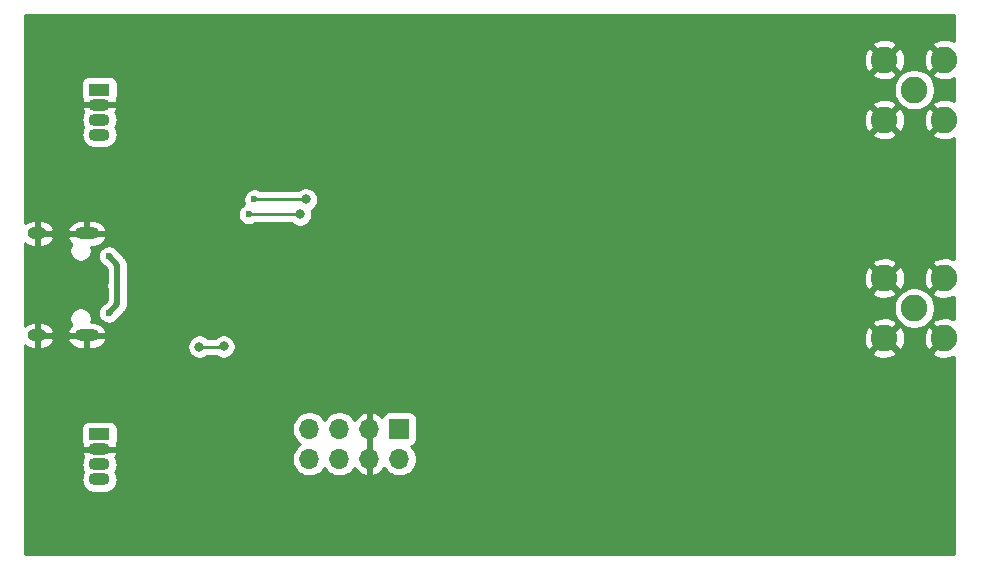
<source format=gbr>
G04 #@! TF.GenerationSoftware,KiCad,Pcbnew,5.1.8-db9833491~87~ubuntu20.04.1*
G04 #@! TF.CreationDate,2020-11-19T11:04:08+01:00*
G04 #@! TF.ProjectId,odie,6f646965-2e6b-4696-9361-645f70636258,v1.0*
G04 #@! TF.SameCoordinates,Original*
G04 #@! TF.FileFunction,Copper,L2,Bot*
G04 #@! TF.FilePolarity,Positive*
%FSLAX46Y46*%
G04 Gerber Fmt 4.6, Leading zero omitted, Abs format (unit mm)*
G04 Created by KiCad (PCBNEW 5.1.8-db9833491~87~ubuntu20.04.1) date 2020-11-19 11:04:08*
%MOMM*%
%LPD*%
G01*
G04 APERTURE LIST*
G04 #@! TA.AperFunction,ComponentPad*
%ADD10O,1.800000X1.070000*%
G04 #@! TD*
G04 #@! TA.AperFunction,ComponentPad*
%ADD11R,1.800000X1.070000*%
G04 #@! TD*
G04 #@! TA.AperFunction,ComponentPad*
%ADD12R,1.700000X1.700000*%
G04 #@! TD*
G04 #@! TA.AperFunction,ComponentPad*
%ADD13O,1.700000X1.700000*%
G04 #@! TD*
G04 #@! TA.AperFunction,ComponentPad*
%ADD14C,2.250000*%
G04 #@! TD*
G04 #@! TA.AperFunction,ComponentPad*
%ADD15O,2.100000X1.000000*%
G04 #@! TD*
G04 #@! TA.AperFunction,ComponentPad*
%ADD16O,1.600000X1.000000*%
G04 #@! TD*
G04 #@! TA.AperFunction,ViaPad*
%ADD17C,0.600000*%
G04 #@! TD*
G04 #@! TA.AperFunction,ViaPad*
%ADD18C,0.800000*%
G04 #@! TD*
G04 #@! TA.AperFunction,Conductor*
%ADD19C,0.500000*%
G04 #@! TD*
G04 #@! TA.AperFunction,Conductor*
%ADD20C,0.250000*%
G04 #@! TD*
G04 #@! TA.AperFunction,Conductor*
%ADD21C,0.254000*%
G04 #@! TD*
G04 #@! TA.AperFunction,Conductor*
%ADD22C,0.100000*%
G04 #@! TD*
G04 APERTURE END LIST*
D10*
X127000000Y-100810000D03*
X127000000Y-99540000D03*
X127000000Y-98270000D03*
D11*
X127000000Y-97000000D03*
X127000000Y-126200000D03*
D10*
X127000000Y-127470000D03*
X127000000Y-128740000D03*
X127000000Y-130010000D03*
D12*
X152390000Y-125730000D03*
D13*
X152390000Y-128270000D03*
X149850000Y-125730000D03*
X149850000Y-128270000D03*
X147310000Y-125730000D03*
X147310000Y-128270000D03*
X144770000Y-125730000D03*
X144770000Y-128270000D03*
D14*
X196000000Y-97000000D03*
X193460000Y-99540000D03*
X198540000Y-99540000D03*
X198540000Y-94460000D03*
X193460000Y-94460000D03*
X193460000Y-112960000D03*
X198540000Y-112960000D03*
X198540000Y-118040000D03*
X193460000Y-118040000D03*
X196000000Y-115500000D03*
D15*
X125930000Y-117820000D03*
X125930000Y-109180000D03*
D16*
X121750000Y-109180000D03*
X121750000Y-117820000D03*
D17*
X130530002Y-113500000D03*
D18*
X127800000Y-122050000D03*
X135000000Y-122050000D03*
X138160000Y-107439998D03*
X143830000Y-119560000D03*
X134930000Y-116330000D03*
X149600000Y-112250000D03*
X149600000Y-113750000D03*
D17*
X144200000Y-112750000D03*
D18*
X173050000Y-115905000D03*
X173040000Y-97405000D03*
X131430000Y-121190000D03*
X131880000Y-116099998D03*
X131880000Y-110890000D03*
X169770001Y-128610000D03*
X169772641Y-110107357D03*
X142840000Y-121050000D03*
D17*
X127800000Y-111100000D03*
X127800000Y-115900000D03*
X128520011Y-113577490D03*
D18*
X137510000Y-118740000D03*
X135470000Y-118770000D03*
D17*
X140124990Y-106295000D03*
D18*
X144469996Y-106300000D03*
D17*
X139624990Y-107565000D03*
D18*
X143980000Y-107559998D03*
D19*
X127800000Y-111100000D02*
X128520011Y-111820011D01*
X128520011Y-111820011D02*
X128520011Y-113577490D01*
X128520011Y-115179989D02*
X128520011Y-113577490D01*
X127800000Y-115900000D02*
X128520011Y-115179989D01*
D20*
X135470000Y-118770000D02*
X137480000Y-118770000D01*
X140124990Y-106295000D02*
X144464996Y-106295000D01*
X144464996Y-106295000D02*
X144469996Y-106300000D01*
X139624990Y-107565000D02*
X143974998Y-107565000D01*
X143974998Y-107565000D02*
X143980000Y-107559998D01*
D21*
X199315000Y-92879813D02*
X199163160Y-92804911D01*
X198828295Y-92715140D01*
X198482350Y-92692424D01*
X198138620Y-92737634D01*
X197810315Y-92849034D01*
X197605921Y-92958286D01*
X197495074Y-93235469D01*
X198540000Y-94280395D01*
X198554143Y-94266253D01*
X198733748Y-94445858D01*
X198719605Y-94460000D01*
X198733748Y-94474143D01*
X198554143Y-94653748D01*
X198540000Y-94639605D01*
X197495074Y-95684531D01*
X197605921Y-95961714D01*
X197916840Y-96115089D01*
X198251705Y-96204860D01*
X198597650Y-96227576D01*
X198941380Y-96182366D01*
X199269685Y-96070966D01*
X199315000Y-96046744D01*
X199315000Y-97959813D01*
X199163160Y-97884911D01*
X198828295Y-97795140D01*
X198482350Y-97772424D01*
X198138620Y-97817634D01*
X197810315Y-97929034D01*
X197605921Y-98038286D01*
X197495074Y-98315469D01*
X198540000Y-99360395D01*
X198554143Y-99346253D01*
X198733748Y-99525858D01*
X198719605Y-99540000D01*
X198733748Y-99554143D01*
X198554143Y-99733748D01*
X198540000Y-99719605D01*
X197495074Y-100764531D01*
X197605921Y-101041714D01*
X197916840Y-101195089D01*
X198251705Y-101284860D01*
X198597650Y-101307576D01*
X198941380Y-101262366D01*
X199269685Y-101150966D01*
X199315000Y-101126744D01*
X199315000Y-111379813D01*
X199163160Y-111304911D01*
X198828295Y-111215140D01*
X198482350Y-111192424D01*
X198138620Y-111237634D01*
X197810315Y-111349034D01*
X197605921Y-111458286D01*
X197495074Y-111735469D01*
X198540000Y-112780395D01*
X198554143Y-112766253D01*
X198733748Y-112945858D01*
X198719605Y-112960000D01*
X198733748Y-112974143D01*
X198554143Y-113153748D01*
X198540000Y-113139605D01*
X197495074Y-114184531D01*
X197605921Y-114461714D01*
X197916840Y-114615089D01*
X198251705Y-114704860D01*
X198597650Y-114727576D01*
X198941380Y-114682366D01*
X199269685Y-114570966D01*
X199315001Y-114546744D01*
X199315001Y-116459813D01*
X199163160Y-116384911D01*
X198828295Y-116295140D01*
X198482350Y-116272424D01*
X198138620Y-116317634D01*
X197810315Y-116429034D01*
X197605921Y-116538286D01*
X197495074Y-116815469D01*
X198540000Y-117860395D01*
X198554143Y-117846253D01*
X198733748Y-118025858D01*
X198719605Y-118040000D01*
X198733748Y-118054143D01*
X198554143Y-118233748D01*
X198540000Y-118219605D01*
X197495074Y-119264531D01*
X197605921Y-119541714D01*
X197916840Y-119695089D01*
X198251705Y-119784860D01*
X198597650Y-119807576D01*
X198941380Y-119762366D01*
X199269685Y-119650966D01*
X199315001Y-119626744D01*
X199315001Y-136315000D01*
X120685000Y-136315000D01*
X120685000Y-128740000D01*
X125459339Y-128740000D01*
X125481929Y-128969360D01*
X125548831Y-129189906D01*
X125647766Y-129375000D01*
X125548831Y-129560094D01*
X125481929Y-129780640D01*
X125459339Y-130010000D01*
X125481929Y-130239360D01*
X125548831Y-130459906D01*
X125657474Y-130663162D01*
X125803682Y-130841318D01*
X125981838Y-130987526D01*
X126185094Y-131096169D01*
X126405640Y-131163071D01*
X126577523Y-131180000D01*
X127422477Y-131180000D01*
X127594360Y-131163071D01*
X127814906Y-131096169D01*
X128018162Y-130987526D01*
X128196318Y-130841318D01*
X128342526Y-130663162D01*
X128451169Y-130459906D01*
X128518071Y-130239360D01*
X128540661Y-130010000D01*
X128518071Y-129780640D01*
X128451169Y-129560094D01*
X128352234Y-129375000D01*
X128451169Y-129189906D01*
X128518071Y-128969360D01*
X128540661Y-128740000D01*
X128518071Y-128510640D01*
X128451169Y-128290094D01*
X128350846Y-128102404D01*
X128408377Y-128014421D01*
X128493900Y-127777383D01*
X128368244Y-127597000D01*
X127627560Y-127597000D01*
X127594360Y-127586929D01*
X127422477Y-127570000D01*
X126577523Y-127570000D01*
X126405640Y-127586929D01*
X126372440Y-127597000D01*
X125631756Y-127597000D01*
X125506100Y-127777383D01*
X125591623Y-128014421D01*
X125649154Y-128102404D01*
X125548831Y-128290094D01*
X125481929Y-128510640D01*
X125459339Y-128740000D01*
X120685000Y-128740000D01*
X120685000Y-125665000D01*
X125461928Y-125665000D01*
X125461928Y-126735000D01*
X125474188Y-126859482D01*
X125510498Y-126979180D01*
X125547385Y-127048190D01*
X125506100Y-127162617D01*
X125631756Y-127343000D01*
X125916800Y-127343000D01*
X125975518Y-127360812D01*
X126100000Y-127373072D01*
X127900000Y-127373072D01*
X128024482Y-127360812D01*
X128083200Y-127343000D01*
X128368244Y-127343000D01*
X128493900Y-127162617D01*
X128452615Y-127048190D01*
X128489502Y-126979180D01*
X128525812Y-126859482D01*
X128538072Y-126735000D01*
X128538072Y-125665000D01*
X128530069Y-125583740D01*
X143285000Y-125583740D01*
X143285000Y-125876260D01*
X143342068Y-126163158D01*
X143454010Y-126433411D01*
X143616525Y-126676632D01*
X143823368Y-126883475D01*
X143997760Y-127000000D01*
X143823368Y-127116525D01*
X143616525Y-127323368D01*
X143454010Y-127566589D01*
X143342068Y-127836842D01*
X143285000Y-128123740D01*
X143285000Y-128416260D01*
X143342068Y-128703158D01*
X143454010Y-128973411D01*
X143616525Y-129216632D01*
X143823368Y-129423475D01*
X144066589Y-129585990D01*
X144336842Y-129697932D01*
X144623740Y-129755000D01*
X144916260Y-129755000D01*
X145203158Y-129697932D01*
X145473411Y-129585990D01*
X145716632Y-129423475D01*
X145923475Y-129216632D01*
X146040000Y-129042240D01*
X146156525Y-129216632D01*
X146363368Y-129423475D01*
X146606589Y-129585990D01*
X146876842Y-129697932D01*
X147163740Y-129755000D01*
X147456260Y-129755000D01*
X147743158Y-129697932D01*
X148013411Y-129585990D01*
X148256632Y-129423475D01*
X148463475Y-129216632D01*
X148585195Y-129034466D01*
X148654822Y-129151355D01*
X148849731Y-129367588D01*
X149083080Y-129541641D01*
X149345901Y-129666825D01*
X149493110Y-129711476D01*
X149723000Y-129590155D01*
X149723000Y-128397000D01*
X149703000Y-128397000D01*
X149703000Y-128143000D01*
X149723000Y-128143000D01*
X149723000Y-125857000D01*
X149703000Y-125857000D01*
X149703000Y-125603000D01*
X149723000Y-125603000D01*
X149723000Y-124409845D01*
X149977000Y-124409845D01*
X149977000Y-125603000D01*
X149997000Y-125603000D01*
X149997000Y-125857000D01*
X149977000Y-125857000D01*
X149977000Y-128143000D01*
X149997000Y-128143000D01*
X149997000Y-128397000D01*
X149977000Y-128397000D01*
X149977000Y-129590155D01*
X150206890Y-129711476D01*
X150354099Y-129666825D01*
X150616920Y-129541641D01*
X150850269Y-129367588D01*
X151045178Y-129151355D01*
X151114805Y-129034466D01*
X151236525Y-129216632D01*
X151443368Y-129423475D01*
X151686589Y-129585990D01*
X151956842Y-129697932D01*
X152243740Y-129755000D01*
X152536260Y-129755000D01*
X152823158Y-129697932D01*
X153093411Y-129585990D01*
X153336632Y-129423475D01*
X153543475Y-129216632D01*
X153705990Y-128973411D01*
X153817932Y-128703158D01*
X153875000Y-128416260D01*
X153875000Y-128123740D01*
X153817932Y-127836842D01*
X153705990Y-127566589D01*
X153543475Y-127323368D01*
X153411620Y-127191513D01*
X153484180Y-127169502D01*
X153594494Y-127110537D01*
X153691185Y-127031185D01*
X153770537Y-126934494D01*
X153829502Y-126824180D01*
X153865812Y-126704482D01*
X153878072Y-126580000D01*
X153878072Y-124880000D01*
X153865812Y-124755518D01*
X153829502Y-124635820D01*
X153770537Y-124525506D01*
X153691185Y-124428815D01*
X153594494Y-124349463D01*
X153484180Y-124290498D01*
X153364482Y-124254188D01*
X153240000Y-124241928D01*
X151540000Y-124241928D01*
X151415518Y-124254188D01*
X151295820Y-124290498D01*
X151185506Y-124349463D01*
X151088815Y-124428815D01*
X151009463Y-124525506D01*
X150950498Y-124635820D01*
X150926034Y-124716466D01*
X150850269Y-124632412D01*
X150616920Y-124458359D01*
X150354099Y-124333175D01*
X150206890Y-124288524D01*
X149977000Y-124409845D01*
X149723000Y-124409845D01*
X149493110Y-124288524D01*
X149345901Y-124333175D01*
X149083080Y-124458359D01*
X148849731Y-124632412D01*
X148654822Y-124848645D01*
X148585195Y-124965534D01*
X148463475Y-124783368D01*
X148256632Y-124576525D01*
X148013411Y-124414010D01*
X147743158Y-124302068D01*
X147456260Y-124245000D01*
X147163740Y-124245000D01*
X146876842Y-124302068D01*
X146606589Y-124414010D01*
X146363368Y-124576525D01*
X146156525Y-124783368D01*
X146040000Y-124957760D01*
X145923475Y-124783368D01*
X145716632Y-124576525D01*
X145473411Y-124414010D01*
X145203158Y-124302068D01*
X144916260Y-124245000D01*
X144623740Y-124245000D01*
X144336842Y-124302068D01*
X144066589Y-124414010D01*
X143823368Y-124576525D01*
X143616525Y-124783368D01*
X143454010Y-125026589D01*
X143342068Y-125296842D01*
X143285000Y-125583740D01*
X128530069Y-125583740D01*
X128525812Y-125540518D01*
X128489502Y-125420820D01*
X128430537Y-125310506D01*
X128351185Y-125213815D01*
X128254494Y-125134463D01*
X128144180Y-125075498D01*
X128024482Y-125039188D01*
X127900000Y-125026928D01*
X126100000Y-125026928D01*
X125975518Y-125039188D01*
X125855820Y-125075498D01*
X125745506Y-125134463D01*
X125648815Y-125213815D01*
X125569463Y-125310506D01*
X125510498Y-125420820D01*
X125474188Y-125540518D01*
X125461928Y-125665000D01*
X120685000Y-125665000D01*
X120685000Y-118663555D01*
X120713831Y-118693161D01*
X120898322Y-118820003D01*
X121104013Y-118908415D01*
X121323000Y-118955000D01*
X121623000Y-118955000D01*
X121623000Y-117947000D01*
X121877000Y-117947000D01*
X121877000Y-118955000D01*
X122177000Y-118955000D01*
X122395987Y-118908415D01*
X122601678Y-118820003D01*
X122786169Y-118693161D01*
X122942369Y-118532764D01*
X123064276Y-118344976D01*
X123144119Y-118121874D01*
X124285881Y-118121874D01*
X124365724Y-118344976D01*
X124487631Y-118532764D01*
X124643831Y-118693161D01*
X124828322Y-118820003D01*
X125034013Y-118908415D01*
X125253000Y-118955000D01*
X125803000Y-118955000D01*
X125803000Y-117947000D01*
X126057000Y-117947000D01*
X126057000Y-118955000D01*
X126607000Y-118955000D01*
X126825987Y-118908415D01*
X127031678Y-118820003D01*
X127216169Y-118693161D01*
X127240612Y-118668061D01*
X134435000Y-118668061D01*
X134435000Y-118871939D01*
X134474774Y-119071898D01*
X134552795Y-119260256D01*
X134666063Y-119429774D01*
X134810226Y-119573937D01*
X134979744Y-119687205D01*
X135168102Y-119765226D01*
X135368061Y-119805000D01*
X135571939Y-119805000D01*
X135771898Y-119765226D01*
X135960256Y-119687205D01*
X136129774Y-119573937D01*
X136173711Y-119530000D01*
X136836289Y-119530000D01*
X136850226Y-119543937D01*
X137019744Y-119657205D01*
X137208102Y-119735226D01*
X137408061Y-119775000D01*
X137611939Y-119775000D01*
X137811898Y-119735226D01*
X138000256Y-119657205D01*
X138169774Y-119543937D01*
X138313937Y-119399774D01*
X138404303Y-119264531D01*
X192415074Y-119264531D01*
X192525921Y-119541714D01*
X192836840Y-119695089D01*
X193171705Y-119784860D01*
X193517650Y-119807576D01*
X193861380Y-119762366D01*
X194189685Y-119650966D01*
X194394079Y-119541714D01*
X194504926Y-119264531D01*
X193460000Y-118219605D01*
X192415074Y-119264531D01*
X138404303Y-119264531D01*
X138427205Y-119230256D01*
X138505226Y-119041898D01*
X138545000Y-118841939D01*
X138545000Y-118638061D01*
X138505226Y-118438102D01*
X138427205Y-118249744D01*
X138325580Y-118097650D01*
X191692424Y-118097650D01*
X191737634Y-118441380D01*
X191849034Y-118769685D01*
X191958286Y-118974079D01*
X192235469Y-119084926D01*
X193280395Y-118040000D01*
X193639605Y-118040000D01*
X194684531Y-119084926D01*
X194961714Y-118974079D01*
X195115089Y-118663160D01*
X195204860Y-118328295D01*
X195220004Y-118097650D01*
X196772424Y-118097650D01*
X196817634Y-118441380D01*
X196929034Y-118769685D01*
X197038286Y-118974079D01*
X197315469Y-119084926D01*
X198360395Y-118040000D01*
X197315469Y-116995074D01*
X197038286Y-117105921D01*
X196884911Y-117416840D01*
X196795140Y-117751705D01*
X196772424Y-118097650D01*
X195220004Y-118097650D01*
X195227576Y-117982350D01*
X195182366Y-117638620D01*
X195070966Y-117310315D01*
X194961714Y-117105921D01*
X194684531Y-116995074D01*
X193639605Y-118040000D01*
X193280395Y-118040000D01*
X192235469Y-116995074D01*
X191958286Y-117105921D01*
X191804911Y-117416840D01*
X191715140Y-117751705D01*
X191692424Y-118097650D01*
X138325580Y-118097650D01*
X138313937Y-118080226D01*
X138169774Y-117936063D01*
X138000256Y-117822795D01*
X137811898Y-117744774D01*
X137611939Y-117705000D01*
X137408061Y-117705000D01*
X137208102Y-117744774D01*
X137019744Y-117822795D01*
X136850226Y-117936063D01*
X136776289Y-118010000D01*
X136173711Y-118010000D01*
X136129774Y-117966063D01*
X135960256Y-117852795D01*
X135771898Y-117774774D01*
X135571939Y-117735000D01*
X135368061Y-117735000D01*
X135168102Y-117774774D01*
X134979744Y-117852795D01*
X134810226Y-117966063D01*
X134666063Y-118110226D01*
X134552795Y-118279744D01*
X134474774Y-118468102D01*
X134435000Y-118668061D01*
X127240612Y-118668061D01*
X127372369Y-118532764D01*
X127494276Y-118344976D01*
X127574119Y-118121874D01*
X127447954Y-117947000D01*
X126057000Y-117947000D01*
X125803000Y-117947000D01*
X124412046Y-117947000D01*
X124285881Y-118121874D01*
X123144119Y-118121874D01*
X123017954Y-117947000D01*
X121877000Y-117947000D01*
X121623000Y-117947000D01*
X121603000Y-117947000D01*
X121603000Y-117693000D01*
X121623000Y-117693000D01*
X121623000Y-116685000D01*
X121877000Y-116685000D01*
X121877000Y-117693000D01*
X123017954Y-117693000D01*
X123144119Y-117518126D01*
X124285881Y-117518126D01*
X124412046Y-117693000D01*
X125803000Y-117693000D01*
X125803000Y-117673000D01*
X126057000Y-117673000D01*
X126057000Y-117693000D01*
X127447954Y-117693000D01*
X127574119Y-117518126D01*
X127494276Y-117295024D01*
X127372369Y-117107236D01*
X127216169Y-116946839D01*
X127031678Y-116819997D01*
X126825987Y-116731585D01*
X126607000Y-116685000D01*
X126316904Y-116685000D01*
X126323108Y-116670022D01*
X126360000Y-116484552D01*
X126360000Y-116295448D01*
X126323108Y-116109978D01*
X126250741Y-115935269D01*
X126145681Y-115778036D01*
X126011964Y-115644319D01*
X125854731Y-115539259D01*
X125680022Y-115466892D01*
X125494552Y-115430000D01*
X125305448Y-115430000D01*
X125119978Y-115466892D01*
X124945269Y-115539259D01*
X124788036Y-115644319D01*
X124654319Y-115778036D01*
X124549259Y-115935269D01*
X124476892Y-116109978D01*
X124440000Y-116295448D01*
X124440000Y-116484552D01*
X124476892Y-116670022D01*
X124549259Y-116844731D01*
X124628206Y-116962884D01*
X124487631Y-117107236D01*
X124365724Y-117295024D01*
X124285881Y-117518126D01*
X123144119Y-117518126D01*
X123064276Y-117295024D01*
X122942369Y-117107236D01*
X122786169Y-116946839D01*
X122601678Y-116819997D01*
X122395987Y-116731585D01*
X122177000Y-116685000D01*
X121877000Y-116685000D01*
X121623000Y-116685000D01*
X121323000Y-116685000D01*
X121104013Y-116731585D01*
X120898322Y-116819997D01*
X120713831Y-116946839D01*
X120685000Y-116976445D01*
X120685000Y-110023555D01*
X120713831Y-110053161D01*
X120898322Y-110180003D01*
X121104013Y-110268415D01*
X121323000Y-110315000D01*
X121623000Y-110315000D01*
X121623000Y-109307000D01*
X121877000Y-109307000D01*
X121877000Y-110315000D01*
X122177000Y-110315000D01*
X122395987Y-110268415D01*
X122601678Y-110180003D01*
X122786169Y-110053161D01*
X122942369Y-109892764D01*
X123064276Y-109704976D01*
X123144119Y-109481874D01*
X124285881Y-109481874D01*
X124365724Y-109704976D01*
X124487631Y-109892764D01*
X124628206Y-110037116D01*
X124549259Y-110155269D01*
X124476892Y-110329978D01*
X124440000Y-110515448D01*
X124440000Y-110704552D01*
X124476892Y-110890022D01*
X124549259Y-111064731D01*
X124654319Y-111221964D01*
X124788036Y-111355681D01*
X124945269Y-111460741D01*
X125119978Y-111533108D01*
X125305448Y-111570000D01*
X125494552Y-111570000D01*
X125680022Y-111533108D01*
X125854731Y-111460741D01*
X126011964Y-111355681D01*
X126145681Y-111221964D01*
X126250741Y-111064731D01*
X126274276Y-111007911D01*
X126865000Y-111007911D01*
X126865000Y-111192089D01*
X126900932Y-111372729D01*
X126971414Y-111542889D01*
X127073738Y-111696028D01*
X127203972Y-111826262D01*
X127357111Y-111928586D01*
X127391077Y-111942655D01*
X127635011Y-112186590D01*
X127635012Y-113270796D01*
X127620943Y-113304761D01*
X127585011Y-113485401D01*
X127585011Y-113669579D01*
X127620943Y-113850219D01*
X127635012Y-113884184D01*
X127635011Y-114813410D01*
X127391077Y-115057345D01*
X127357111Y-115071414D01*
X127203972Y-115173738D01*
X127073738Y-115303972D01*
X126971414Y-115457111D01*
X126900932Y-115627271D01*
X126865000Y-115807911D01*
X126865000Y-115992089D01*
X126900932Y-116172729D01*
X126971414Y-116342889D01*
X127073738Y-116496028D01*
X127203972Y-116626262D01*
X127357111Y-116728586D01*
X127527271Y-116799068D01*
X127707911Y-116835000D01*
X127892089Y-116835000D01*
X127990276Y-116815469D01*
X192415074Y-116815469D01*
X193460000Y-117860395D01*
X194504926Y-116815469D01*
X194394079Y-116538286D01*
X194083160Y-116384911D01*
X193748295Y-116295140D01*
X193402350Y-116272424D01*
X193058620Y-116317634D01*
X192730315Y-116429034D01*
X192525921Y-116538286D01*
X192415074Y-116815469D01*
X127990276Y-116815469D01*
X128072729Y-116799068D01*
X128242889Y-116728586D01*
X128396028Y-116626262D01*
X128526262Y-116496028D01*
X128628586Y-116342889D01*
X128642655Y-116308923D01*
X129115061Y-115836518D01*
X129148828Y-115808806D01*
X129259422Y-115674048D01*
X129341600Y-115520302D01*
X129392206Y-115353479D01*
X129394847Y-115326655D01*
X194240000Y-115326655D01*
X194240000Y-115673345D01*
X194307636Y-116013373D01*
X194440308Y-116333673D01*
X194632919Y-116621935D01*
X194878065Y-116867081D01*
X195166327Y-117059692D01*
X195486627Y-117192364D01*
X195826655Y-117260000D01*
X196173345Y-117260000D01*
X196513373Y-117192364D01*
X196833673Y-117059692D01*
X197121935Y-116867081D01*
X197367081Y-116621935D01*
X197559692Y-116333673D01*
X197692364Y-116013373D01*
X197760000Y-115673345D01*
X197760000Y-115326655D01*
X197692364Y-114986627D01*
X197559692Y-114666327D01*
X197367081Y-114378065D01*
X197121935Y-114132919D01*
X196833673Y-113940308D01*
X196513373Y-113807636D01*
X196173345Y-113740000D01*
X195826655Y-113740000D01*
X195486627Y-113807636D01*
X195166327Y-113940308D01*
X194878065Y-114132919D01*
X194632919Y-114378065D01*
X194440308Y-114666327D01*
X194307636Y-114986627D01*
X194240000Y-115326655D01*
X129394847Y-115326655D01*
X129405011Y-115223466D01*
X129405011Y-115223456D01*
X129409292Y-115179990D01*
X129405011Y-115136524D01*
X129405011Y-114184531D01*
X192415074Y-114184531D01*
X192525921Y-114461714D01*
X192836840Y-114615089D01*
X193171705Y-114704860D01*
X193517650Y-114727576D01*
X193861380Y-114682366D01*
X194189685Y-114570966D01*
X194394079Y-114461714D01*
X194504926Y-114184531D01*
X193460000Y-113139605D01*
X192415074Y-114184531D01*
X129405011Y-114184531D01*
X129405011Y-113884182D01*
X129419079Y-113850219D01*
X129455011Y-113669579D01*
X129455011Y-113485401D01*
X129419079Y-113304761D01*
X129405011Y-113270798D01*
X129405011Y-113017650D01*
X191692424Y-113017650D01*
X191737634Y-113361380D01*
X191849034Y-113689685D01*
X191958286Y-113894079D01*
X192235469Y-114004926D01*
X193280395Y-112960000D01*
X193639605Y-112960000D01*
X194684531Y-114004926D01*
X194961714Y-113894079D01*
X195115089Y-113583160D01*
X195204860Y-113248295D01*
X195220004Y-113017650D01*
X196772424Y-113017650D01*
X196817634Y-113361380D01*
X196929034Y-113689685D01*
X197038286Y-113894079D01*
X197315469Y-114004926D01*
X198360395Y-112960000D01*
X197315469Y-111915074D01*
X197038286Y-112025921D01*
X196884911Y-112336840D01*
X196795140Y-112671705D01*
X196772424Y-113017650D01*
X195220004Y-113017650D01*
X195227576Y-112902350D01*
X195182366Y-112558620D01*
X195070966Y-112230315D01*
X194961714Y-112025921D01*
X194684531Y-111915074D01*
X193639605Y-112960000D01*
X193280395Y-112960000D01*
X192235469Y-111915074D01*
X191958286Y-112025921D01*
X191804911Y-112336840D01*
X191715140Y-112671705D01*
X191692424Y-113017650D01*
X129405011Y-113017650D01*
X129405011Y-111863476D01*
X129409292Y-111820010D01*
X129405011Y-111776544D01*
X129405011Y-111776534D01*
X129400967Y-111735469D01*
X192415074Y-111735469D01*
X193460000Y-112780395D01*
X194504926Y-111735469D01*
X194394079Y-111458286D01*
X194083160Y-111304911D01*
X193748295Y-111215140D01*
X193402350Y-111192424D01*
X193058620Y-111237634D01*
X192730315Y-111349034D01*
X192525921Y-111458286D01*
X192415074Y-111735469D01*
X129400967Y-111735469D01*
X129392206Y-111646521D01*
X129341600Y-111479698D01*
X129259422Y-111325952D01*
X129148828Y-111191194D01*
X129115061Y-111163482D01*
X128642655Y-110691077D01*
X128628586Y-110657111D01*
X128526262Y-110503972D01*
X128396028Y-110373738D01*
X128242889Y-110271414D01*
X128072729Y-110200932D01*
X127892089Y-110165000D01*
X127707911Y-110165000D01*
X127527271Y-110200932D01*
X127357111Y-110271414D01*
X127203972Y-110373738D01*
X127073738Y-110503972D01*
X126971414Y-110657111D01*
X126900932Y-110827271D01*
X126865000Y-111007911D01*
X126274276Y-111007911D01*
X126323108Y-110890022D01*
X126360000Y-110704552D01*
X126360000Y-110515448D01*
X126323108Y-110329978D01*
X126316904Y-110315000D01*
X126607000Y-110315000D01*
X126825987Y-110268415D01*
X127031678Y-110180003D01*
X127216169Y-110053161D01*
X127372369Y-109892764D01*
X127494276Y-109704976D01*
X127574119Y-109481874D01*
X127447954Y-109307000D01*
X126057000Y-109307000D01*
X126057000Y-109327000D01*
X125803000Y-109327000D01*
X125803000Y-109307000D01*
X124412046Y-109307000D01*
X124285881Y-109481874D01*
X123144119Y-109481874D01*
X123017954Y-109307000D01*
X121877000Y-109307000D01*
X121623000Y-109307000D01*
X121603000Y-109307000D01*
X121603000Y-109053000D01*
X121623000Y-109053000D01*
X121623000Y-108045000D01*
X121877000Y-108045000D01*
X121877000Y-109053000D01*
X123017954Y-109053000D01*
X123144119Y-108878126D01*
X124285881Y-108878126D01*
X124412046Y-109053000D01*
X125803000Y-109053000D01*
X125803000Y-108045000D01*
X126057000Y-108045000D01*
X126057000Y-109053000D01*
X127447954Y-109053000D01*
X127574119Y-108878126D01*
X127494276Y-108655024D01*
X127372369Y-108467236D01*
X127216169Y-108306839D01*
X127031678Y-108179997D01*
X126825987Y-108091585D01*
X126607000Y-108045000D01*
X126057000Y-108045000D01*
X125803000Y-108045000D01*
X125253000Y-108045000D01*
X125034013Y-108091585D01*
X124828322Y-108179997D01*
X124643831Y-108306839D01*
X124487631Y-108467236D01*
X124365724Y-108655024D01*
X124285881Y-108878126D01*
X123144119Y-108878126D01*
X123064276Y-108655024D01*
X122942369Y-108467236D01*
X122786169Y-108306839D01*
X122601678Y-108179997D01*
X122395987Y-108091585D01*
X122177000Y-108045000D01*
X121877000Y-108045000D01*
X121623000Y-108045000D01*
X121323000Y-108045000D01*
X121104013Y-108091585D01*
X120898322Y-108179997D01*
X120713831Y-108306839D01*
X120685000Y-108336445D01*
X120685000Y-107472911D01*
X138689990Y-107472911D01*
X138689990Y-107657089D01*
X138725922Y-107837729D01*
X138796404Y-108007889D01*
X138898728Y-108161028D01*
X139028962Y-108291262D01*
X139182101Y-108393586D01*
X139352261Y-108464068D01*
X139532901Y-108500000D01*
X139717079Y-108500000D01*
X139897719Y-108464068D01*
X140067879Y-108393586D01*
X140170525Y-108325000D01*
X143281291Y-108325000D01*
X143320226Y-108363935D01*
X143489744Y-108477203D01*
X143678102Y-108555224D01*
X143878061Y-108594998D01*
X144081939Y-108594998D01*
X144281898Y-108555224D01*
X144470256Y-108477203D01*
X144639774Y-108363935D01*
X144783937Y-108219772D01*
X144897205Y-108050254D01*
X144975226Y-107861896D01*
X145015000Y-107661937D01*
X145015000Y-107458059D01*
X144975226Y-107258100D01*
X144958574Y-107217900D01*
X144960252Y-107217205D01*
X145129770Y-107103937D01*
X145273933Y-106959774D01*
X145387201Y-106790256D01*
X145465222Y-106601898D01*
X145504996Y-106401939D01*
X145504996Y-106198061D01*
X145465222Y-105998102D01*
X145387201Y-105809744D01*
X145273933Y-105640226D01*
X145129770Y-105496063D01*
X144960252Y-105382795D01*
X144771894Y-105304774D01*
X144571935Y-105265000D01*
X144368057Y-105265000D01*
X144168098Y-105304774D01*
X143979740Y-105382795D01*
X143810222Y-105496063D01*
X143771285Y-105535000D01*
X140670525Y-105535000D01*
X140567879Y-105466414D01*
X140397719Y-105395932D01*
X140217079Y-105360000D01*
X140032901Y-105360000D01*
X139852261Y-105395932D01*
X139682101Y-105466414D01*
X139528962Y-105568738D01*
X139398728Y-105698972D01*
X139296404Y-105852111D01*
X139225922Y-106022271D01*
X139189990Y-106202911D01*
X139189990Y-106387089D01*
X139225922Y-106567729D01*
X139279143Y-106696218D01*
X139182101Y-106736414D01*
X139028962Y-106838738D01*
X138898728Y-106968972D01*
X138796404Y-107122111D01*
X138725922Y-107292271D01*
X138689990Y-107472911D01*
X120685000Y-107472911D01*
X120685000Y-99540000D01*
X125459339Y-99540000D01*
X125481929Y-99769360D01*
X125548831Y-99989906D01*
X125647766Y-100175000D01*
X125548831Y-100360094D01*
X125481929Y-100580640D01*
X125459339Y-100810000D01*
X125481929Y-101039360D01*
X125548831Y-101259906D01*
X125657474Y-101463162D01*
X125803682Y-101641318D01*
X125981838Y-101787526D01*
X126185094Y-101896169D01*
X126405640Y-101963071D01*
X126577523Y-101980000D01*
X127422477Y-101980000D01*
X127594360Y-101963071D01*
X127814906Y-101896169D01*
X128018162Y-101787526D01*
X128196318Y-101641318D01*
X128342526Y-101463162D01*
X128451169Y-101259906D01*
X128518071Y-101039360D01*
X128540661Y-100810000D01*
X128536183Y-100764531D01*
X192415074Y-100764531D01*
X192525921Y-101041714D01*
X192836840Y-101195089D01*
X193171705Y-101284860D01*
X193517650Y-101307576D01*
X193861380Y-101262366D01*
X194189685Y-101150966D01*
X194394079Y-101041714D01*
X194504926Y-100764531D01*
X193460000Y-99719605D01*
X192415074Y-100764531D01*
X128536183Y-100764531D01*
X128518071Y-100580640D01*
X128451169Y-100360094D01*
X128352234Y-100175000D01*
X128451169Y-99989906D01*
X128518071Y-99769360D01*
X128534982Y-99597650D01*
X191692424Y-99597650D01*
X191737634Y-99941380D01*
X191849034Y-100269685D01*
X191958286Y-100474079D01*
X192235469Y-100584926D01*
X193280395Y-99540000D01*
X193639605Y-99540000D01*
X194684531Y-100584926D01*
X194961714Y-100474079D01*
X195115089Y-100163160D01*
X195204860Y-99828295D01*
X195220004Y-99597650D01*
X196772424Y-99597650D01*
X196817634Y-99941380D01*
X196929034Y-100269685D01*
X197038286Y-100474079D01*
X197315469Y-100584926D01*
X198360395Y-99540000D01*
X197315469Y-98495074D01*
X197038286Y-98605921D01*
X196884911Y-98916840D01*
X196795140Y-99251705D01*
X196772424Y-99597650D01*
X195220004Y-99597650D01*
X195227576Y-99482350D01*
X195182366Y-99138620D01*
X195070966Y-98810315D01*
X194961714Y-98605921D01*
X194684531Y-98495074D01*
X193639605Y-99540000D01*
X193280395Y-99540000D01*
X192235469Y-98495074D01*
X191958286Y-98605921D01*
X191804911Y-98916840D01*
X191715140Y-99251705D01*
X191692424Y-99597650D01*
X128534982Y-99597650D01*
X128540661Y-99540000D01*
X128518071Y-99310640D01*
X128451169Y-99090094D01*
X128350846Y-98902404D01*
X128408377Y-98814421D01*
X128493900Y-98577383D01*
X128368244Y-98397000D01*
X127627560Y-98397000D01*
X127594360Y-98386929D01*
X127422477Y-98370000D01*
X126577523Y-98370000D01*
X126405640Y-98386929D01*
X126372440Y-98397000D01*
X125631756Y-98397000D01*
X125506100Y-98577383D01*
X125591623Y-98814421D01*
X125649154Y-98902404D01*
X125548831Y-99090094D01*
X125481929Y-99310640D01*
X125459339Y-99540000D01*
X120685000Y-99540000D01*
X120685000Y-98315469D01*
X192415074Y-98315469D01*
X193460000Y-99360395D01*
X194504926Y-98315469D01*
X194394079Y-98038286D01*
X194083160Y-97884911D01*
X193748295Y-97795140D01*
X193402350Y-97772424D01*
X193058620Y-97817634D01*
X192730315Y-97929034D01*
X192525921Y-98038286D01*
X192415074Y-98315469D01*
X120685000Y-98315469D01*
X120685000Y-96465000D01*
X125461928Y-96465000D01*
X125461928Y-97535000D01*
X125474188Y-97659482D01*
X125510498Y-97779180D01*
X125547385Y-97848190D01*
X125506100Y-97962617D01*
X125631756Y-98143000D01*
X125916800Y-98143000D01*
X125975518Y-98160812D01*
X126100000Y-98173072D01*
X127900000Y-98173072D01*
X128024482Y-98160812D01*
X128083200Y-98143000D01*
X128368244Y-98143000D01*
X128493900Y-97962617D01*
X128452615Y-97848190D01*
X128489502Y-97779180D01*
X128525812Y-97659482D01*
X128538072Y-97535000D01*
X128538072Y-96826655D01*
X194240000Y-96826655D01*
X194240000Y-97173345D01*
X194307636Y-97513373D01*
X194440308Y-97833673D01*
X194632919Y-98121935D01*
X194878065Y-98367081D01*
X195166327Y-98559692D01*
X195486627Y-98692364D01*
X195826655Y-98760000D01*
X196173345Y-98760000D01*
X196513373Y-98692364D01*
X196833673Y-98559692D01*
X197121935Y-98367081D01*
X197367081Y-98121935D01*
X197559692Y-97833673D01*
X197692364Y-97513373D01*
X197760000Y-97173345D01*
X197760000Y-96826655D01*
X197692364Y-96486627D01*
X197559692Y-96166327D01*
X197367081Y-95878065D01*
X197121935Y-95632919D01*
X196833673Y-95440308D01*
X196513373Y-95307636D01*
X196173345Y-95240000D01*
X195826655Y-95240000D01*
X195486627Y-95307636D01*
X195166327Y-95440308D01*
X194878065Y-95632919D01*
X194632919Y-95878065D01*
X194440308Y-96166327D01*
X194307636Y-96486627D01*
X194240000Y-96826655D01*
X128538072Y-96826655D01*
X128538072Y-96465000D01*
X128525812Y-96340518D01*
X128489502Y-96220820D01*
X128430537Y-96110506D01*
X128351185Y-96013815D01*
X128254494Y-95934463D01*
X128144180Y-95875498D01*
X128024482Y-95839188D01*
X127900000Y-95826928D01*
X126100000Y-95826928D01*
X125975518Y-95839188D01*
X125855820Y-95875498D01*
X125745506Y-95934463D01*
X125648815Y-96013815D01*
X125569463Y-96110506D01*
X125510498Y-96220820D01*
X125474188Y-96340518D01*
X125461928Y-96465000D01*
X120685000Y-96465000D01*
X120685000Y-95684531D01*
X192415074Y-95684531D01*
X192525921Y-95961714D01*
X192836840Y-96115089D01*
X193171705Y-96204860D01*
X193517650Y-96227576D01*
X193861380Y-96182366D01*
X194189685Y-96070966D01*
X194394079Y-95961714D01*
X194504926Y-95684531D01*
X193460000Y-94639605D01*
X192415074Y-95684531D01*
X120685000Y-95684531D01*
X120685000Y-94517650D01*
X191692424Y-94517650D01*
X191737634Y-94861380D01*
X191849034Y-95189685D01*
X191958286Y-95394079D01*
X192235469Y-95504926D01*
X193280395Y-94460000D01*
X193639605Y-94460000D01*
X194684531Y-95504926D01*
X194961714Y-95394079D01*
X195115089Y-95083160D01*
X195204860Y-94748295D01*
X195220004Y-94517650D01*
X196772424Y-94517650D01*
X196817634Y-94861380D01*
X196929034Y-95189685D01*
X197038286Y-95394079D01*
X197315469Y-95504926D01*
X198360395Y-94460000D01*
X197315469Y-93415074D01*
X197038286Y-93525921D01*
X196884911Y-93836840D01*
X196795140Y-94171705D01*
X196772424Y-94517650D01*
X195220004Y-94517650D01*
X195227576Y-94402350D01*
X195182366Y-94058620D01*
X195070966Y-93730315D01*
X194961714Y-93525921D01*
X194684531Y-93415074D01*
X193639605Y-94460000D01*
X193280395Y-94460000D01*
X192235469Y-93415074D01*
X191958286Y-93525921D01*
X191804911Y-93836840D01*
X191715140Y-94171705D01*
X191692424Y-94517650D01*
X120685000Y-94517650D01*
X120685000Y-93235469D01*
X192415074Y-93235469D01*
X193460000Y-94280395D01*
X194504926Y-93235469D01*
X194394079Y-92958286D01*
X194083160Y-92804911D01*
X193748295Y-92715140D01*
X193402350Y-92692424D01*
X193058620Y-92737634D01*
X192730315Y-92849034D01*
X192525921Y-92958286D01*
X192415074Y-93235469D01*
X120685000Y-93235469D01*
X120685000Y-90685000D01*
X199315000Y-90685000D01*
X199315000Y-92879813D01*
G04 #@! TA.AperFunction,Conductor*
D22*
G36*
X199315000Y-92879813D02*
G01*
X199163160Y-92804911D01*
X198828295Y-92715140D01*
X198482350Y-92692424D01*
X198138620Y-92737634D01*
X197810315Y-92849034D01*
X197605921Y-92958286D01*
X197495074Y-93235469D01*
X198540000Y-94280395D01*
X198554143Y-94266253D01*
X198733748Y-94445858D01*
X198719605Y-94460000D01*
X198733748Y-94474143D01*
X198554143Y-94653748D01*
X198540000Y-94639605D01*
X197495074Y-95684531D01*
X197605921Y-95961714D01*
X197916840Y-96115089D01*
X198251705Y-96204860D01*
X198597650Y-96227576D01*
X198941380Y-96182366D01*
X199269685Y-96070966D01*
X199315000Y-96046744D01*
X199315000Y-97959813D01*
X199163160Y-97884911D01*
X198828295Y-97795140D01*
X198482350Y-97772424D01*
X198138620Y-97817634D01*
X197810315Y-97929034D01*
X197605921Y-98038286D01*
X197495074Y-98315469D01*
X198540000Y-99360395D01*
X198554143Y-99346253D01*
X198733748Y-99525858D01*
X198719605Y-99540000D01*
X198733748Y-99554143D01*
X198554143Y-99733748D01*
X198540000Y-99719605D01*
X197495074Y-100764531D01*
X197605921Y-101041714D01*
X197916840Y-101195089D01*
X198251705Y-101284860D01*
X198597650Y-101307576D01*
X198941380Y-101262366D01*
X199269685Y-101150966D01*
X199315000Y-101126744D01*
X199315000Y-111379813D01*
X199163160Y-111304911D01*
X198828295Y-111215140D01*
X198482350Y-111192424D01*
X198138620Y-111237634D01*
X197810315Y-111349034D01*
X197605921Y-111458286D01*
X197495074Y-111735469D01*
X198540000Y-112780395D01*
X198554143Y-112766253D01*
X198733748Y-112945858D01*
X198719605Y-112960000D01*
X198733748Y-112974143D01*
X198554143Y-113153748D01*
X198540000Y-113139605D01*
X197495074Y-114184531D01*
X197605921Y-114461714D01*
X197916840Y-114615089D01*
X198251705Y-114704860D01*
X198597650Y-114727576D01*
X198941380Y-114682366D01*
X199269685Y-114570966D01*
X199315001Y-114546744D01*
X199315001Y-116459813D01*
X199163160Y-116384911D01*
X198828295Y-116295140D01*
X198482350Y-116272424D01*
X198138620Y-116317634D01*
X197810315Y-116429034D01*
X197605921Y-116538286D01*
X197495074Y-116815469D01*
X198540000Y-117860395D01*
X198554143Y-117846253D01*
X198733748Y-118025858D01*
X198719605Y-118040000D01*
X198733748Y-118054143D01*
X198554143Y-118233748D01*
X198540000Y-118219605D01*
X197495074Y-119264531D01*
X197605921Y-119541714D01*
X197916840Y-119695089D01*
X198251705Y-119784860D01*
X198597650Y-119807576D01*
X198941380Y-119762366D01*
X199269685Y-119650966D01*
X199315001Y-119626744D01*
X199315001Y-136315000D01*
X120685000Y-136315000D01*
X120685000Y-128740000D01*
X125459339Y-128740000D01*
X125481929Y-128969360D01*
X125548831Y-129189906D01*
X125647766Y-129375000D01*
X125548831Y-129560094D01*
X125481929Y-129780640D01*
X125459339Y-130010000D01*
X125481929Y-130239360D01*
X125548831Y-130459906D01*
X125657474Y-130663162D01*
X125803682Y-130841318D01*
X125981838Y-130987526D01*
X126185094Y-131096169D01*
X126405640Y-131163071D01*
X126577523Y-131180000D01*
X127422477Y-131180000D01*
X127594360Y-131163071D01*
X127814906Y-131096169D01*
X128018162Y-130987526D01*
X128196318Y-130841318D01*
X128342526Y-130663162D01*
X128451169Y-130459906D01*
X128518071Y-130239360D01*
X128540661Y-130010000D01*
X128518071Y-129780640D01*
X128451169Y-129560094D01*
X128352234Y-129375000D01*
X128451169Y-129189906D01*
X128518071Y-128969360D01*
X128540661Y-128740000D01*
X128518071Y-128510640D01*
X128451169Y-128290094D01*
X128350846Y-128102404D01*
X128408377Y-128014421D01*
X128493900Y-127777383D01*
X128368244Y-127597000D01*
X127627560Y-127597000D01*
X127594360Y-127586929D01*
X127422477Y-127570000D01*
X126577523Y-127570000D01*
X126405640Y-127586929D01*
X126372440Y-127597000D01*
X125631756Y-127597000D01*
X125506100Y-127777383D01*
X125591623Y-128014421D01*
X125649154Y-128102404D01*
X125548831Y-128290094D01*
X125481929Y-128510640D01*
X125459339Y-128740000D01*
X120685000Y-128740000D01*
X120685000Y-125665000D01*
X125461928Y-125665000D01*
X125461928Y-126735000D01*
X125474188Y-126859482D01*
X125510498Y-126979180D01*
X125547385Y-127048190D01*
X125506100Y-127162617D01*
X125631756Y-127343000D01*
X125916800Y-127343000D01*
X125975518Y-127360812D01*
X126100000Y-127373072D01*
X127900000Y-127373072D01*
X128024482Y-127360812D01*
X128083200Y-127343000D01*
X128368244Y-127343000D01*
X128493900Y-127162617D01*
X128452615Y-127048190D01*
X128489502Y-126979180D01*
X128525812Y-126859482D01*
X128538072Y-126735000D01*
X128538072Y-125665000D01*
X128530069Y-125583740D01*
X143285000Y-125583740D01*
X143285000Y-125876260D01*
X143342068Y-126163158D01*
X143454010Y-126433411D01*
X143616525Y-126676632D01*
X143823368Y-126883475D01*
X143997760Y-127000000D01*
X143823368Y-127116525D01*
X143616525Y-127323368D01*
X143454010Y-127566589D01*
X143342068Y-127836842D01*
X143285000Y-128123740D01*
X143285000Y-128416260D01*
X143342068Y-128703158D01*
X143454010Y-128973411D01*
X143616525Y-129216632D01*
X143823368Y-129423475D01*
X144066589Y-129585990D01*
X144336842Y-129697932D01*
X144623740Y-129755000D01*
X144916260Y-129755000D01*
X145203158Y-129697932D01*
X145473411Y-129585990D01*
X145716632Y-129423475D01*
X145923475Y-129216632D01*
X146040000Y-129042240D01*
X146156525Y-129216632D01*
X146363368Y-129423475D01*
X146606589Y-129585990D01*
X146876842Y-129697932D01*
X147163740Y-129755000D01*
X147456260Y-129755000D01*
X147743158Y-129697932D01*
X148013411Y-129585990D01*
X148256632Y-129423475D01*
X148463475Y-129216632D01*
X148585195Y-129034466D01*
X148654822Y-129151355D01*
X148849731Y-129367588D01*
X149083080Y-129541641D01*
X149345901Y-129666825D01*
X149493110Y-129711476D01*
X149723000Y-129590155D01*
X149723000Y-128397000D01*
X149703000Y-128397000D01*
X149703000Y-128143000D01*
X149723000Y-128143000D01*
X149723000Y-125857000D01*
X149703000Y-125857000D01*
X149703000Y-125603000D01*
X149723000Y-125603000D01*
X149723000Y-124409845D01*
X149977000Y-124409845D01*
X149977000Y-125603000D01*
X149997000Y-125603000D01*
X149997000Y-125857000D01*
X149977000Y-125857000D01*
X149977000Y-128143000D01*
X149997000Y-128143000D01*
X149997000Y-128397000D01*
X149977000Y-128397000D01*
X149977000Y-129590155D01*
X150206890Y-129711476D01*
X150354099Y-129666825D01*
X150616920Y-129541641D01*
X150850269Y-129367588D01*
X151045178Y-129151355D01*
X151114805Y-129034466D01*
X151236525Y-129216632D01*
X151443368Y-129423475D01*
X151686589Y-129585990D01*
X151956842Y-129697932D01*
X152243740Y-129755000D01*
X152536260Y-129755000D01*
X152823158Y-129697932D01*
X153093411Y-129585990D01*
X153336632Y-129423475D01*
X153543475Y-129216632D01*
X153705990Y-128973411D01*
X153817932Y-128703158D01*
X153875000Y-128416260D01*
X153875000Y-128123740D01*
X153817932Y-127836842D01*
X153705990Y-127566589D01*
X153543475Y-127323368D01*
X153411620Y-127191513D01*
X153484180Y-127169502D01*
X153594494Y-127110537D01*
X153691185Y-127031185D01*
X153770537Y-126934494D01*
X153829502Y-126824180D01*
X153865812Y-126704482D01*
X153878072Y-126580000D01*
X153878072Y-124880000D01*
X153865812Y-124755518D01*
X153829502Y-124635820D01*
X153770537Y-124525506D01*
X153691185Y-124428815D01*
X153594494Y-124349463D01*
X153484180Y-124290498D01*
X153364482Y-124254188D01*
X153240000Y-124241928D01*
X151540000Y-124241928D01*
X151415518Y-124254188D01*
X151295820Y-124290498D01*
X151185506Y-124349463D01*
X151088815Y-124428815D01*
X151009463Y-124525506D01*
X150950498Y-124635820D01*
X150926034Y-124716466D01*
X150850269Y-124632412D01*
X150616920Y-124458359D01*
X150354099Y-124333175D01*
X150206890Y-124288524D01*
X149977000Y-124409845D01*
X149723000Y-124409845D01*
X149493110Y-124288524D01*
X149345901Y-124333175D01*
X149083080Y-124458359D01*
X148849731Y-124632412D01*
X148654822Y-124848645D01*
X148585195Y-124965534D01*
X148463475Y-124783368D01*
X148256632Y-124576525D01*
X148013411Y-124414010D01*
X147743158Y-124302068D01*
X147456260Y-124245000D01*
X147163740Y-124245000D01*
X146876842Y-124302068D01*
X146606589Y-124414010D01*
X146363368Y-124576525D01*
X146156525Y-124783368D01*
X146040000Y-124957760D01*
X145923475Y-124783368D01*
X145716632Y-124576525D01*
X145473411Y-124414010D01*
X145203158Y-124302068D01*
X144916260Y-124245000D01*
X144623740Y-124245000D01*
X144336842Y-124302068D01*
X144066589Y-124414010D01*
X143823368Y-124576525D01*
X143616525Y-124783368D01*
X143454010Y-125026589D01*
X143342068Y-125296842D01*
X143285000Y-125583740D01*
X128530069Y-125583740D01*
X128525812Y-125540518D01*
X128489502Y-125420820D01*
X128430537Y-125310506D01*
X128351185Y-125213815D01*
X128254494Y-125134463D01*
X128144180Y-125075498D01*
X128024482Y-125039188D01*
X127900000Y-125026928D01*
X126100000Y-125026928D01*
X125975518Y-125039188D01*
X125855820Y-125075498D01*
X125745506Y-125134463D01*
X125648815Y-125213815D01*
X125569463Y-125310506D01*
X125510498Y-125420820D01*
X125474188Y-125540518D01*
X125461928Y-125665000D01*
X120685000Y-125665000D01*
X120685000Y-118663555D01*
X120713831Y-118693161D01*
X120898322Y-118820003D01*
X121104013Y-118908415D01*
X121323000Y-118955000D01*
X121623000Y-118955000D01*
X121623000Y-117947000D01*
X121877000Y-117947000D01*
X121877000Y-118955000D01*
X122177000Y-118955000D01*
X122395987Y-118908415D01*
X122601678Y-118820003D01*
X122786169Y-118693161D01*
X122942369Y-118532764D01*
X123064276Y-118344976D01*
X123144119Y-118121874D01*
X124285881Y-118121874D01*
X124365724Y-118344976D01*
X124487631Y-118532764D01*
X124643831Y-118693161D01*
X124828322Y-118820003D01*
X125034013Y-118908415D01*
X125253000Y-118955000D01*
X125803000Y-118955000D01*
X125803000Y-117947000D01*
X126057000Y-117947000D01*
X126057000Y-118955000D01*
X126607000Y-118955000D01*
X126825987Y-118908415D01*
X127031678Y-118820003D01*
X127216169Y-118693161D01*
X127240612Y-118668061D01*
X134435000Y-118668061D01*
X134435000Y-118871939D01*
X134474774Y-119071898D01*
X134552795Y-119260256D01*
X134666063Y-119429774D01*
X134810226Y-119573937D01*
X134979744Y-119687205D01*
X135168102Y-119765226D01*
X135368061Y-119805000D01*
X135571939Y-119805000D01*
X135771898Y-119765226D01*
X135960256Y-119687205D01*
X136129774Y-119573937D01*
X136173711Y-119530000D01*
X136836289Y-119530000D01*
X136850226Y-119543937D01*
X137019744Y-119657205D01*
X137208102Y-119735226D01*
X137408061Y-119775000D01*
X137611939Y-119775000D01*
X137811898Y-119735226D01*
X138000256Y-119657205D01*
X138169774Y-119543937D01*
X138313937Y-119399774D01*
X138404303Y-119264531D01*
X192415074Y-119264531D01*
X192525921Y-119541714D01*
X192836840Y-119695089D01*
X193171705Y-119784860D01*
X193517650Y-119807576D01*
X193861380Y-119762366D01*
X194189685Y-119650966D01*
X194394079Y-119541714D01*
X194504926Y-119264531D01*
X193460000Y-118219605D01*
X192415074Y-119264531D01*
X138404303Y-119264531D01*
X138427205Y-119230256D01*
X138505226Y-119041898D01*
X138545000Y-118841939D01*
X138545000Y-118638061D01*
X138505226Y-118438102D01*
X138427205Y-118249744D01*
X138325580Y-118097650D01*
X191692424Y-118097650D01*
X191737634Y-118441380D01*
X191849034Y-118769685D01*
X191958286Y-118974079D01*
X192235469Y-119084926D01*
X193280395Y-118040000D01*
X193639605Y-118040000D01*
X194684531Y-119084926D01*
X194961714Y-118974079D01*
X195115089Y-118663160D01*
X195204860Y-118328295D01*
X195220004Y-118097650D01*
X196772424Y-118097650D01*
X196817634Y-118441380D01*
X196929034Y-118769685D01*
X197038286Y-118974079D01*
X197315469Y-119084926D01*
X198360395Y-118040000D01*
X197315469Y-116995074D01*
X197038286Y-117105921D01*
X196884911Y-117416840D01*
X196795140Y-117751705D01*
X196772424Y-118097650D01*
X195220004Y-118097650D01*
X195227576Y-117982350D01*
X195182366Y-117638620D01*
X195070966Y-117310315D01*
X194961714Y-117105921D01*
X194684531Y-116995074D01*
X193639605Y-118040000D01*
X193280395Y-118040000D01*
X192235469Y-116995074D01*
X191958286Y-117105921D01*
X191804911Y-117416840D01*
X191715140Y-117751705D01*
X191692424Y-118097650D01*
X138325580Y-118097650D01*
X138313937Y-118080226D01*
X138169774Y-117936063D01*
X138000256Y-117822795D01*
X137811898Y-117744774D01*
X137611939Y-117705000D01*
X137408061Y-117705000D01*
X137208102Y-117744774D01*
X137019744Y-117822795D01*
X136850226Y-117936063D01*
X136776289Y-118010000D01*
X136173711Y-118010000D01*
X136129774Y-117966063D01*
X135960256Y-117852795D01*
X135771898Y-117774774D01*
X135571939Y-117735000D01*
X135368061Y-117735000D01*
X135168102Y-117774774D01*
X134979744Y-117852795D01*
X134810226Y-117966063D01*
X134666063Y-118110226D01*
X134552795Y-118279744D01*
X134474774Y-118468102D01*
X134435000Y-118668061D01*
X127240612Y-118668061D01*
X127372369Y-118532764D01*
X127494276Y-118344976D01*
X127574119Y-118121874D01*
X127447954Y-117947000D01*
X126057000Y-117947000D01*
X125803000Y-117947000D01*
X124412046Y-117947000D01*
X124285881Y-118121874D01*
X123144119Y-118121874D01*
X123017954Y-117947000D01*
X121877000Y-117947000D01*
X121623000Y-117947000D01*
X121603000Y-117947000D01*
X121603000Y-117693000D01*
X121623000Y-117693000D01*
X121623000Y-116685000D01*
X121877000Y-116685000D01*
X121877000Y-117693000D01*
X123017954Y-117693000D01*
X123144119Y-117518126D01*
X124285881Y-117518126D01*
X124412046Y-117693000D01*
X125803000Y-117693000D01*
X125803000Y-117673000D01*
X126057000Y-117673000D01*
X126057000Y-117693000D01*
X127447954Y-117693000D01*
X127574119Y-117518126D01*
X127494276Y-117295024D01*
X127372369Y-117107236D01*
X127216169Y-116946839D01*
X127031678Y-116819997D01*
X126825987Y-116731585D01*
X126607000Y-116685000D01*
X126316904Y-116685000D01*
X126323108Y-116670022D01*
X126360000Y-116484552D01*
X126360000Y-116295448D01*
X126323108Y-116109978D01*
X126250741Y-115935269D01*
X126145681Y-115778036D01*
X126011964Y-115644319D01*
X125854731Y-115539259D01*
X125680022Y-115466892D01*
X125494552Y-115430000D01*
X125305448Y-115430000D01*
X125119978Y-115466892D01*
X124945269Y-115539259D01*
X124788036Y-115644319D01*
X124654319Y-115778036D01*
X124549259Y-115935269D01*
X124476892Y-116109978D01*
X124440000Y-116295448D01*
X124440000Y-116484552D01*
X124476892Y-116670022D01*
X124549259Y-116844731D01*
X124628206Y-116962884D01*
X124487631Y-117107236D01*
X124365724Y-117295024D01*
X124285881Y-117518126D01*
X123144119Y-117518126D01*
X123064276Y-117295024D01*
X122942369Y-117107236D01*
X122786169Y-116946839D01*
X122601678Y-116819997D01*
X122395987Y-116731585D01*
X122177000Y-116685000D01*
X121877000Y-116685000D01*
X121623000Y-116685000D01*
X121323000Y-116685000D01*
X121104013Y-116731585D01*
X120898322Y-116819997D01*
X120713831Y-116946839D01*
X120685000Y-116976445D01*
X120685000Y-110023555D01*
X120713831Y-110053161D01*
X120898322Y-110180003D01*
X121104013Y-110268415D01*
X121323000Y-110315000D01*
X121623000Y-110315000D01*
X121623000Y-109307000D01*
X121877000Y-109307000D01*
X121877000Y-110315000D01*
X122177000Y-110315000D01*
X122395987Y-110268415D01*
X122601678Y-110180003D01*
X122786169Y-110053161D01*
X122942369Y-109892764D01*
X123064276Y-109704976D01*
X123144119Y-109481874D01*
X124285881Y-109481874D01*
X124365724Y-109704976D01*
X124487631Y-109892764D01*
X124628206Y-110037116D01*
X124549259Y-110155269D01*
X124476892Y-110329978D01*
X124440000Y-110515448D01*
X124440000Y-110704552D01*
X124476892Y-110890022D01*
X124549259Y-111064731D01*
X124654319Y-111221964D01*
X124788036Y-111355681D01*
X124945269Y-111460741D01*
X125119978Y-111533108D01*
X125305448Y-111570000D01*
X125494552Y-111570000D01*
X125680022Y-111533108D01*
X125854731Y-111460741D01*
X126011964Y-111355681D01*
X126145681Y-111221964D01*
X126250741Y-111064731D01*
X126274276Y-111007911D01*
X126865000Y-111007911D01*
X126865000Y-111192089D01*
X126900932Y-111372729D01*
X126971414Y-111542889D01*
X127073738Y-111696028D01*
X127203972Y-111826262D01*
X127357111Y-111928586D01*
X127391077Y-111942655D01*
X127635011Y-112186590D01*
X127635012Y-113270796D01*
X127620943Y-113304761D01*
X127585011Y-113485401D01*
X127585011Y-113669579D01*
X127620943Y-113850219D01*
X127635012Y-113884184D01*
X127635011Y-114813410D01*
X127391077Y-115057345D01*
X127357111Y-115071414D01*
X127203972Y-115173738D01*
X127073738Y-115303972D01*
X126971414Y-115457111D01*
X126900932Y-115627271D01*
X126865000Y-115807911D01*
X126865000Y-115992089D01*
X126900932Y-116172729D01*
X126971414Y-116342889D01*
X127073738Y-116496028D01*
X127203972Y-116626262D01*
X127357111Y-116728586D01*
X127527271Y-116799068D01*
X127707911Y-116835000D01*
X127892089Y-116835000D01*
X127990276Y-116815469D01*
X192415074Y-116815469D01*
X193460000Y-117860395D01*
X194504926Y-116815469D01*
X194394079Y-116538286D01*
X194083160Y-116384911D01*
X193748295Y-116295140D01*
X193402350Y-116272424D01*
X193058620Y-116317634D01*
X192730315Y-116429034D01*
X192525921Y-116538286D01*
X192415074Y-116815469D01*
X127990276Y-116815469D01*
X128072729Y-116799068D01*
X128242889Y-116728586D01*
X128396028Y-116626262D01*
X128526262Y-116496028D01*
X128628586Y-116342889D01*
X128642655Y-116308923D01*
X129115061Y-115836518D01*
X129148828Y-115808806D01*
X129259422Y-115674048D01*
X129341600Y-115520302D01*
X129392206Y-115353479D01*
X129394847Y-115326655D01*
X194240000Y-115326655D01*
X194240000Y-115673345D01*
X194307636Y-116013373D01*
X194440308Y-116333673D01*
X194632919Y-116621935D01*
X194878065Y-116867081D01*
X195166327Y-117059692D01*
X195486627Y-117192364D01*
X195826655Y-117260000D01*
X196173345Y-117260000D01*
X196513373Y-117192364D01*
X196833673Y-117059692D01*
X197121935Y-116867081D01*
X197367081Y-116621935D01*
X197559692Y-116333673D01*
X197692364Y-116013373D01*
X197760000Y-115673345D01*
X197760000Y-115326655D01*
X197692364Y-114986627D01*
X197559692Y-114666327D01*
X197367081Y-114378065D01*
X197121935Y-114132919D01*
X196833673Y-113940308D01*
X196513373Y-113807636D01*
X196173345Y-113740000D01*
X195826655Y-113740000D01*
X195486627Y-113807636D01*
X195166327Y-113940308D01*
X194878065Y-114132919D01*
X194632919Y-114378065D01*
X194440308Y-114666327D01*
X194307636Y-114986627D01*
X194240000Y-115326655D01*
X129394847Y-115326655D01*
X129405011Y-115223466D01*
X129405011Y-115223456D01*
X129409292Y-115179990D01*
X129405011Y-115136524D01*
X129405011Y-114184531D01*
X192415074Y-114184531D01*
X192525921Y-114461714D01*
X192836840Y-114615089D01*
X193171705Y-114704860D01*
X193517650Y-114727576D01*
X193861380Y-114682366D01*
X194189685Y-114570966D01*
X194394079Y-114461714D01*
X194504926Y-114184531D01*
X193460000Y-113139605D01*
X192415074Y-114184531D01*
X129405011Y-114184531D01*
X129405011Y-113884182D01*
X129419079Y-113850219D01*
X129455011Y-113669579D01*
X129455011Y-113485401D01*
X129419079Y-113304761D01*
X129405011Y-113270798D01*
X129405011Y-113017650D01*
X191692424Y-113017650D01*
X191737634Y-113361380D01*
X191849034Y-113689685D01*
X191958286Y-113894079D01*
X192235469Y-114004926D01*
X193280395Y-112960000D01*
X193639605Y-112960000D01*
X194684531Y-114004926D01*
X194961714Y-113894079D01*
X195115089Y-113583160D01*
X195204860Y-113248295D01*
X195220004Y-113017650D01*
X196772424Y-113017650D01*
X196817634Y-113361380D01*
X196929034Y-113689685D01*
X197038286Y-113894079D01*
X197315469Y-114004926D01*
X198360395Y-112960000D01*
X197315469Y-111915074D01*
X197038286Y-112025921D01*
X196884911Y-112336840D01*
X196795140Y-112671705D01*
X196772424Y-113017650D01*
X195220004Y-113017650D01*
X195227576Y-112902350D01*
X195182366Y-112558620D01*
X195070966Y-112230315D01*
X194961714Y-112025921D01*
X194684531Y-111915074D01*
X193639605Y-112960000D01*
X193280395Y-112960000D01*
X192235469Y-111915074D01*
X191958286Y-112025921D01*
X191804911Y-112336840D01*
X191715140Y-112671705D01*
X191692424Y-113017650D01*
X129405011Y-113017650D01*
X129405011Y-111863476D01*
X129409292Y-111820010D01*
X129405011Y-111776544D01*
X129405011Y-111776534D01*
X129400967Y-111735469D01*
X192415074Y-111735469D01*
X193460000Y-112780395D01*
X194504926Y-111735469D01*
X194394079Y-111458286D01*
X194083160Y-111304911D01*
X193748295Y-111215140D01*
X193402350Y-111192424D01*
X193058620Y-111237634D01*
X192730315Y-111349034D01*
X192525921Y-111458286D01*
X192415074Y-111735469D01*
X129400967Y-111735469D01*
X129392206Y-111646521D01*
X129341600Y-111479698D01*
X129259422Y-111325952D01*
X129148828Y-111191194D01*
X129115061Y-111163482D01*
X128642655Y-110691077D01*
X128628586Y-110657111D01*
X128526262Y-110503972D01*
X128396028Y-110373738D01*
X128242889Y-110271414D01*
X128072729Y-110200932D01*
X127892089Y-110165000D01*
X127707911Y-110165000D01*
X127527271Y-110200932D01*
X127357111Y-110271414D01*
X127203972Y-110373738D01*
X127073738Y-110503972D01*
X126971414Y-110657111D01*
X126900932Y-110827271D01*
X126865000Y-111007911D01*
X126274276Y-111007911D01*
X126323108Y-110890022D01*
X126360000Y-110704552D01*
X126360000Y-110515448D01*
X126323108Y-110329978D01*
X126316904Y-110315000D01*
X126607000Y-110315000D01*
X126825987Y-110268415D01*
X127031678Y-110180003D01*
X127216169Y-110053161D01*
X127372369Y-109892764D01*
X127494276Y-109704976D01*
X127574119Y-109481874D01*
X127447954Y-109307000D01*
X126057000Y-109307000D01*
X126057000Y-109327000D01*
X125803000Y-109327000D01*
X125803000Y-109307000D01*
X124412046Y-109307000D01*
X124285881Y-109481874D01*
X123144119Y-109481874D01*
X123017954Y-109307000D01*
X121877000Y-109307000D01*
X121623000Y-109307000D01*
X121603000Y-109307000D01*
X121603000Y-109053000D01*
X121623000Y-109053000D01*
X121623000Y-108045000D01*
X121877000Y-108045000D01*
X121877000Y-109053000D01*
X123017954Y-109053000D01*
X123144119Y-108878126D01*
X124285881Y-108878126D01*
X124412046Y-109053000D01*
X125803000Y-109053000D01*
X125803000Y-108045000D01*
X126057000Y-108045000D01*
X126057000Y-109053000D01*
X127447954Y-109053000D01*
X127574119Y-108878126D01*
X127494276Y-108655024D01*
X127372369Y-108467236D01*
X127216169Y-108306839D01*
X127031678Y-108179997D01*
X126825987Y-108091585D01*
X126607000Y-108045000D01*
X126057000Y-108045000D01*
X125803000Y-108045000D01*
X125253000Y-108045000D01*
X125034013Y-108091585D01*
X124828322Y-108179997D01*
X124643831Y-108306839D01*
X124487631Y-108467236D01*
X124365724Y-108655024D01*
X124285881Y-108878126D01*
X123144119Y-108878126D01*
X123064276Y-108655024D01*
X122942369Y-108467236D01*
X122786169Y-108306839D01*
X122601678Y-108179997D01*
X122395987Y-108091585D01*
X122177000Y-108045000D01*
X121877000Y-108045000D01*
X121623000Y-108045000D01*
X121323000Y-108045000D01*
X121104013Y-108091585D01*
X120898322Y-108179997D01*
X120713831Y-108306839D01*
X120685000Y-108336445D01*
X120685000Y-107472911D01*
X138689990Y-107472911D01*
X138689990Y-107657089D01*
X138725922Y-107837729D01*
X138796404Y-108007889D01*
X138898728Y-108161028D01*
X139028962Y-108291262D01*
X139182101Y-108393586D01*
X139352261Y-108464068D01*
X139532901Y-108500000D01*
X139717079Y-108500000D01*
X139897719Y-108464068D01*
X140067879Y-108393586D01*
X140170525Y-108325000D01*
X143281291Y-108325000D01*
X143320226Y-108363935D01*
X143489744Y-108477203D01*
X143678102Y-108555224D01*
X143878061Y-108594998D01*
X144081939Y-108594998D01*
X144281898Y-108555224D01*
X144470256Y-108477203D01*
X144639774Y-108363935D01*
X144783937Y-108219772D01*
X144897205Y-108050254D01*
X144975226Y-107861896D01*
X145015000Y-107661937D01*
X145015000Y-107458059D01*
X144975226Y-107258100D01*
X144958574Y-107217900D01*
X144960252Y-107217205D01*
X145129770Y-107103937D01*
X145273933Y-106959774D01*
X145387201Y-106790256D01*
X145465222Y-106601898D01*
X145504996Y-106401939D01*
X145504996Y-106198061D01*
X145465222Y-105998102D01*
X145387201Y-105809744D01*
X145273933Y-105640226D01*
X145129770Y-105496063D01*
X144960252Y-105382795D01*
X144771894Y-105304774D01*
X144571935Y-105265000D01*
X144368057Y-105265000D01*
X144168098Y-105304774D01*
X143979740Y-105382795D01*
X143810222Y-105496063D01*
X143771285Y-105535000D01*
X140670525Y-105535000D01*
X140567879Y-105466414D01*
X140397719Y-105395932D01*
X140217079Y-105360000D01*
X140032901Y-105360000D01*
X139852261Y-105395932D01*
X139682101Y-105466414D01*
X139528962Y-105568738D01*
X139398728Y-105698972D01*
X139296404Y-105852111D01*
X139225922Y-106022271D01*
X139189990Y-106202911D01*
X139189990Y-106387089D01*
X139225922Y-106567729D01*
X139279143Y-106696218D01*
X139182101Y-106736414D01*
X139028962Y-106838738D01*
X138898728Y-106968972D01*
X138796404Y-107122111D01*
X138725922Y-107292271D01*
X138689990Y-107472911D01*
X120685000Y-107472911D01*
X120685000Y-99540000D01*
X125459339Y-99540000D01*
X125481929Y-99769360D01*
X125548831Y-99989906D01*
X125647766Y-100175000D01*
X125548831Y-100360094D01*
X125481929Y-100580640D01*
X125459339Y-100810000D01*
X125481929Y-101039360D01*
X125548831Y-101259906D01*
X125657474Y-101463162D01*
X125803682Y-101641318D01*
X125981838Y-101787526D01*
X126185094Y-101896169D01*
X126405640Y-101963071D01*
X126577523Y-101980000D01*
X127422477Y-101980000D01*
X127594360Y-101963071D01*
X127814906Y-101896169D01*
X128018162Y-101787526D01*
X128196318Y-101641318D01*
X128342526Y-101463162D01*
X128451169Y-101259906D01*
X128518071Y-101039360D01*
X128540661Y-100810000D01*
X128536183Y-100764531D01*
X192415074Y-100764531D01*
X192525921Y-101041714D01*
X192836840Y-101195089D01*
X193171705Y-101284860D01*
X193517650Y-101307576D01*
X193861380Y-101262366D01*
X194189685Y-101150966D01*
X194394079Y-101041714D01*
X194504926Y-100764531D01*
X193460000Y-99719605D01*
X192415074Y-100764531D01*
X128536183Y-100764531D01*
X128518071Y-100580640D01*
X128451169Y-100360094D01*
X128352234Y-100175000D01*
X128451169Y-99989906D01*
X128518071Y-99769360D01*
X128534982Y-99597650D01*
X191692424Y-99597650D01*
X191737634Y-99941380D01*
X191849034Y-100269685D01*
X191958286Y-100474079D01*
X192235469Y-100584926D01*
X193280395Y-99540000D01*
X193639605Y-99540000D01*
X194684531Y-100584926D01*
X194961714Y-100474079D01*
X195115089Y-100163160D01*
X195204860Y-99828295D01*
X195220004Y-99597650D01*
X196772424Y-99597650D01*
X196817634Y-99941380D01*
X196929034Y-100269685D01*
X197038286Y-100474079D01*
X197315469Y-100584926D01*
X198360395Y-99540000D01*
X197315469Y-98495074D01*
X197038286Y-98605921D01*
X196884911Y-98916840D01*
X196795140Y-99251705D01*
X196772424Y-99597650D01*
X195220004Y-99597650D01*
X195227576Y-99482350D01*
X195182366Y-99138620D01*
X195070966Y-98810315D01*
X194961714Y-98605921D01*
X194684531Y-98495074D01*
X193639605Y-99540000D01*
X193280395Y-99540000D01*
X192235469Y-98495074D01*
X191958286Y-98605921D01*
X191804911Y-98916840D01*
X191715140Y-99251705D01*
X191692424Y-99597650D01*
X128534982Y-99597650D01*
X128540661Y-99540000D01*
X128518071Y-99310640D01*
X128451169Y-99090094D01*
X128350846Y-98902404D01*
X128408377Y-98814421D01*
X128493900Y-98577383D01*
X128368244Y-98397000D01*
X127627560Y-98397000D01*
X127594360Y-98386929D01*
X127422477Y-98370000D01*
X126577523Y-98370000D01*
X126405640Y-98386929D01*
X126372440Y-98397000D01*
X125631756Y-98397000D01*
X125506100Y-98577383D01*
X125591623Y-98814421D01*
X125649154Y-98902404D01*
X125548831Y-99090094D01*
X125481929Y-99310640D01*
X125459339Y-99540000D01*
X120685000Y-99540000D01*
X120685000Y-98315469D01*
X192415074Y-98315469D01*
X193460000Y-99360395D01*
X194504926Y-98315469D01*
X194394079Y-98038286D01*
X194083160Y-97884911D01*
X193748295Y-97795140D01*
X193402350Y-97772424D01*
X193058620Y-97817634D01*
X192730315Y-97929034D01*
X192525921Y-98038286D01*
X192415074Y-98315469D01*
X120685000Y-98315469D01*
X120685000Y-96465000D01*
X125461928Y-96465000D01*
X125461928Y-97535000D01*
X125474188Y-97659482D01*
X125510498Y-97779180D01*
X125547385Y-97848190D01*
X125506100Y-97962617D01*
X125631756Y-98143000D01*
X125916800Y-98143000D01*
X125975518Y-98160812D01*
X126100000Y-98173072D01*
X127900000Y-98173072D01*
X128024482Y-98160812D01*
X128083200Y-98143000D01*
X128368244Y-98143000D01*
X128493900Y-97962617D01*
X128452615Y-97848190D01*
X128489502Y-97779180D01*
X128525812Y-97659482D01*
X128538072Y-97535000D01*
X128538072Y-96826655D01*
X194240000Y-96826655D01*
X194240000Y-97173345D01*
X194307636Y-97513373D01*
X194440308Y-97833673D01*
X194632919Y-98121935D01*
X194878065Y-98367081D01*
X195166327Y-98559692D01*
X195486627Y-98692364D01*
X195826655Y-98760000D01*
X196173345Y-98760000D01*
X196513373Y-98692364D01*
X196833673Y-98559692D01*
X197121935Y-98367081D01*
X197367081Y-98121935D01*
X197559692Y-97833673D01*
X197692364Y-97513373D01*
X197760000Y-97173345D01*
X197760000Y-96826655D01*
X197692364Y-96486627D01*
X197559692Y-96166327D01*
X197367081Y-95878065D01*
X197121935Y-95632919D01*
X196833673Y-95440308D01*
X196513373Y-95307636D01*
X196173345Y-95240000D01*
X195826655Y-95240000D01*
X195486627Y-95307636D01*
X195166327Y-95440308D01*
X194878065Y-95632919D01*
X194632919Y-95878065D01*
X194440308Y-96166327D01*
X194307636Y-96486627D01*
X194240000Y-96826655D01*
X128538072Y-96826655D01*
X128538072Y-96465000D01*
X128525812Y-96340518D01*
X128489502Y-96220820D01*
X128430537Y-96110506D01*
X128351185Y-96013815D01*
X128254494Y-95934463D01*
X128144180Y-95875498D01*
X128024482Y-95839188D01*
X127900000Y-95826928D01*
X126100000Y-95826928D01*
X125975518Y-95839188D01*
X125855820Y-95875498D01*
X125745506Y-95934463D01*
X125648815Y-96013815D01*
X125569463Y-96110506D01*
X125510498Y-96220820D01*
X125474188Y-96340518D01*
X125461928Y-96465000D01*
X120685000Y-96465000D01*
X120685000Y-95684531D01*
X192415074Y-95684531D01*
X192525921Y-95961714D01*
X192836840Y-96115089D01*
X193171705Y-96204860D01*
X193517650Y-96227576D01*
X193861380Y-96182366D01*
X194189685Y-96070966D01*
X194394079Y-95961714D01*
X194504926Y-95684531D01*
X193460000Y-94639605D01*
X192415074Y-95684531D01*
X120685000Y-95684531D01*
X120685000Y-94517650D01*
X191692424Y-94517650D01*
X191737634Y-94861380D01*
X191849034Y-95189685D01*
X191958286Y-95394079D01*
X192235469Y-95504926D01*
X193280395Y-94460000D01*
X193639605Y-94460000D01*
X194684531Y-95504926D01*
X194961714Y-95394079D01*
X195115089Y-95083160D01*
X195204860Y-94748295D01*
X195220004Y-94517650D01*
X196772424Y-94517650D01*
X196817634Y-94861380D01*
X196929034Y-95189685D01*
X197038286Y-95394079D01*
X197315469Y-95504926D01*
X198360395Y-94460000D01*
X197315469Y-93415074D01*
X197038286Y-93525921D01*
X196884911Y-93836840D01*
X196795140Y-94171705D01*
X196772424Y-94517650D01*
X195220004Y-94517650D01*
X195227576Y-94402350D01*
X195182366Y-94058620D01*
X195070966Y-93730315D01*
X194961714Y-93525921D01*
X194684531Y-93415074D01*
X193639605Y-94460000D01*
X193280395Y-94460000D01*
X192235469Y-93415074D01*
X191958286Y-93525921D01*
X191804911Y-93836840D01*
X191715140Y-94171705D01*
X191692424Y-94517650D01*
X120685000Y-94517650D01*
X120685000Y-93235469D01*
X192415074Y-93235469D01*
X193460000Y-94280395D01*
X194504926Y-93235469D01*
X194394079Y-92958286D01*
X194083160Y-92804911D01*
X193748295Y-92715140D01*
X193402350Y-92692424D01*
X193058620Y-92737634D01*
X192730315Y-92849034D01*
X192525921Y-92958286D01*
X192415074Y-93235469D01*
X120685000Y-93235469D01*
X120685000Y-90685000D01*
X199315000Y-90685000D01*
X199315000Y-92879813D01*
G37*
G04 #@! TD.AperFunction*
M02*

</source>
